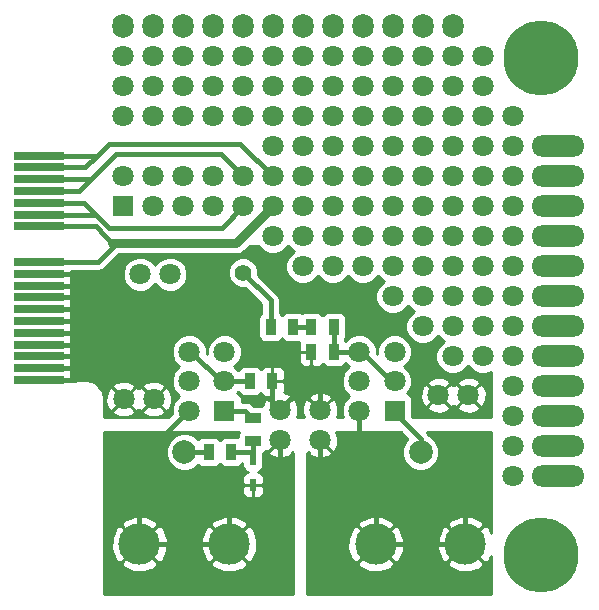
<source format=gbl>
%FSLAX46Y46*%
G04 Gerber Fmt 4.6, Leading zero omitted, Abs format (unit mm)*
G04 Created by KiCad (PCBNEW (2014-08-05 BZR 5054)-product) date Sun 07 Dec 2014 10:22:46 PM PST*
%MOMM*%
G01*
G04 APERTURE LIST*
%ADD10C,0.100000*%
%ADD11C,6.350000*%
%ADD12R,0.889000X1.397000*%
%ADD13R,1.397000X0.889000*%
%ADD14R,0.599440X1.000760*%
%ADD15C,3.500000*%
%ADD16C,2.000000*%
%ADD17C,1.800000*%
%ADD18R,1.800000X1.800000*%
%ADD19R,4.200000X0.700000*%
%ADD20O,4.500000X1.800000*%
%ADD21O,1.800000X2.100000*%
%ADD22C,1.397000*%
%ADD23C,0.889000*%
%ADD24C,0.400000*%
%ADD25C,0.780000*%
%ADD26C,0.254000*%
G04 APERTURE END LIST*
D10*
D11*
X46050000Y-3900000D03*
X46050000Y-46000000D03*
D12*
X28502500Y-28800000D03*
X26597500Y-28800000D03*
X21397500Y-31300000D03*
X23302500Y-31300000D03*
D13*
X21650000Y-36352500D03*
X21650000Y-34447500D03*
D12*
X17897500Y-37300000D03*
X19802500Y-37300000D03*
D14*
X21650000Y-40099820D03*
X21650000Y-37900180D03*
D12*
X23147500Y-26700000D03*
X25052500Y-26700000D03*
D15*
X32050000Y-45100000D03*
X39650000Y-45100000D03*
D16*
X35850000Y-37300000D03*
D15*
X12050000Y-45100000D03*
X19650000Y-45100000D03*
D16*
X15850000Y-37300000D03*
D12*
X28502500Y-26700000D03*
X26597500Y-26700000D03*
D17*
X27350000Y-36300000D03*
X27350000Y-33760000D03*
X23950000Y-36300000D03*
X23950000Y-33760000D03*
X30650000Y-33800000D03*
X30650000Y-31300000D03*
D18*
X33650000Y-33800000D03*
D17*
X30650000Y-28800000D03*
X33650000Y-28800000D03*
X33650000Y-31300000D03*
X16250000Y-33800000D03*
X16250000Y-31300000D03*
D18*
X19250000Y-33800000D03*
D17*
X16250000Y-28800000D03*
X19250000Y-28800000D03*
X19250000Y-31300000D03*
D19*
X3550000Y-31200000D03*
X3550000Y-30200000D03*
X3550000Y-29200000D03*
X3550000Y-28200000D03*
X3550000Y-27200000D03*
X3550000Y-26200000D03*
X3550000Y-25200000D03*
X3550000Y-24200000D03*
X3550000Y-23200000D03*
X3550000Y-22200000D03*
X3550000Y-21200000D03*
X3550000Y-18200000D03*
X3550000Y-17200000D03*
X3550000Y-16200000D03*
X3550000Y-15200000D03*
X3550000Y-14200000D03*
X3550000Y-13200000D03*
X3550000Y-12200000D03*
D18*
X10650000Y-16500000D03*
D17*
X13190000Y-16500000D03*
X15730000Y-16500000D03*
X18270000Y-16500000D03*
X20810000Y-16500000D03*
X23350000Y-16500000D03*
X10650000Y-13960000D03*
X13190000Y-13960000D03*
X15730000Y-13960000D03*
X18270000Y-13960000D03*
X20810000Y-13960000D03*
X23350000Y-13960000D03*
X12100000Y-22250000D03*
X14640000Y-22250000D03*
X39900000Y-32500000D03*
X37360000Y-32500000D03*
X13250000Y-32800000D03*
X10710000Y-32800000D03*
X10650000Y-8880000D03*
X10650000Y-6340000D03*
X10650000Y-3800000D03*
X13190000Y-8880000D03*
X13190000Y-6340000D03*
X13190000Y-3800000D03*
X15730000Y-8880000D03*
X15730000Y-6340000D03*
X15730000Y-3800000D03*
X18270000Y-3800000D03*
X18270000Y-6340000D03*
X18270000Y-8880000D03*
X20810000Y-8880000D03*
X23350000Y-8880000D03*
X25890000Y-8880000D03*
X28430000Y-8880000D03*
X30970000Y-8880000D03*
X33510000Y-8880000D03*
X36050000Y-8880000D03*
X38590000Y-8880000D03*
X41130000Y-8880000D03*
X41130000Y-6340000D03*
X41130000Y-3800000D03*
X38590000Y-3800000D03*
X36050000Y-3800000D03*
X33510000Y-3800000D03*
X30970000Y-3800000D03*
X28430000Y-3800000D03*
X25890000Y-3800000D03*
X23350000Y-3800000D03*
X20810000Y-3800000D03*
X25890000Y-11420000D03*
X23350000Y-11420000D03*
X20810000Y-6340000D03*
X23350000Y-6340000D03*
X25890000Y-6340000D03*
X28430000Y-6340000D03*
X30970000Y-6340000D03*
X33510000Y-6340000D03*
X36050000Y-6340000D03*
X38590000Y-6340000D03*
X28430000Y-11420000D03*
X30970000Y-11420000D03*
X33510000Y-11420000D03*
X36050000Y-11420000D03*
X38590000Y-11420000D03*
X41130000Y-11420000D03*
X41130000Y-13960000D03*
X38590000Y-13960000D03*
X36050000Y-13960000D03*
X33510000Y-13960000D03*
X30970000Y-13960000D03*
X28430000Y-13960000D03*
X25890000Y-13960000D03*
X25890000Y-16500000D03*
X28430000Y-16500000D03*
X30970000Y-16500000D03*
X33510000Y-16500000D03*
X36050000Y-16500000D03*
X38590000Y-16500000D03*
X41130000Y-16500000D03*
X41130000Y-19040000D03*
X38590000Y-19040000D03*
X36050000Y-19040000D03*
X33510000Y-19040000D03*
X30970000Y-19040000D03*
X28430000Y-19040000D03*
X25890000Y-19040000D03*
X23350000Y-19040000D03*
X43670000Y-8880000D03*
X43670000Y-11420000D03*
X43670000Y-13960000D03*
X43670000Y-16500000D03*
X43670000Y-19040000D03*
X25890000Y-21580000D03*
X28430000Y-21580000D03*
X30970000Y-21580000D03*
X33510000Y-21580000D03*
X36050000Y-21580000D03*
X38590000Y-21580000D03*
X41130000Y-21580000D03*
X43670000Y-21580000D03*
X33510000Y-24120000D03*
X36050000Y-24120000D03*
X38590000Y-24120000D03*
X41130000Y-24120000D03*
X43670000Y-24120000D03*
X36050000Y-26660000D03*
X38590000Y-26660000D03*
X41130000Y-26660000D03*
X43670000Y-26660000D03*
X38590000Y-29200000D03*
X41130000Y-29200000D03*
X43670000Y-29200000D03*
X43670000Y-31740000D03*
X43670000Y-34280000D03*
X43670000Y-36820000D03*
X43670000Y-39360000D03*
D20*
X47480000Y-39360000D03*
X47480000Y-36820000D03*
X47480000Y-34280000D03*
X47480000Y-31740000D03*
X47480000Y-29200000D03*
X47480000Y-26660000D03*
X47480000Y-24120000D03*
X47480000Y-21580000D03*
X47480000Y-19040000D03*
X47480000Y-16500000D03*
X47480000Y-13960000D03*
X47480000Y-11420000D03*
D21*
X10650000Y-1260000D03*
X13190000Y-1260000D03*
X15730000Y-1260000D03*
X18270000Y-1260000D03*
X20810000Y-1260000D03*
X23350000Y-1260000D03*
X25890000Y-1260000D03*
X28430000Y-1260000D03*
X30970000Y-1260000D03*
X33510000Y-1260000D03*
X36050000Y-1260000D03*
X38590000Y-1260000D03*
D22*
X20800000Y-22100000D03*
D23*
X9950000Y-21800000D03*
X8200000Y-28200000D03*
X8200000Y-25200000D03*
D24*
X10150000Y-19600000D02*
X8550000Y-21200000D01*
X8550000Y-21200000D02*
X3550000Y-21200000D01*
D25*
X11160739Y-19600000D02*
X10150000Y-19600000D01*
X10150000Y-19600000D02*
X9750000Y-19600000D01*
X20250000Y-19600000D02*
X11160739Y-19600000D01*
X23350000Y-16500000D02*
X20850000Y-19000000D01*
X20850000Y-19000000D02*
X20250000Y-19600000D01*
D24*
X8350000Y-18200000D02*
X3550000Y-18200000D01*
X8350000Y-18200000D02*
X9150000Y-19000000D01*
X9750000Y-19600000D02*
X9150000Y-19000000D01*
X23147500Y-24447500D02*
X23147500Y-26700000D01*
X20800000Y-22100000D02*
X23147500Y-24447500D01*
X3550000Y-16200000D02*
X7350000Y-16200000D01*
X7350000Y-16200000D02*
X8350000Y-17200000D01*
X17850000Y-18300000D02*
X19010000Y-18300000D01*
X8350000Y-17200000D02*
X9450000Y-18300000D01*
X9450000Y-18300000D02*
X17850000Y-18300000D01*
X3550000Y-17200000D02*
X8350000Y-17200000D01*
X19010000Y-18300000D02*
X20810000Y-16500000D01*
X12450000Y-12100000D02*
X18950000Y-12100000D01*
X7950000Y-14200000D02*
X10050000Y-12100000D01*
X10050000Y-12100000D02*
X12450000Y-12100000D01*
X18950000Y-12100000D02*
X20810000Y-13960000D01*
X3550000Y-15200000D02*
X6950000Y-15200000D01*
X6950000Y-15200000D02*
X7950000Y-14200000D01*
X3550000Y-14200000D02*
X7950000Y-14200000D01*
X12450000Y-11200000D02*
X20590000Y-11200000D01*
X8450000Y-12200000D02*
X9450000Y-11200000D01*
X9450000Y-11200000D02*
X12450000Y-11200000D01*
X20590000Y-11200000D02*
X23350000Y-13960000D01*
X3550000Y-13200000D02*
X7450000Y-13200000D01*
X7450000Y-13200000D02*
X8450000Y-12200000D01*
X3550000Y-12200000D02*
X7650000Y-12200000D01*
X7650000Y-12200000D02*
X8450000Y-12200000D01*
X3550000Y-31200000D02*
X6600000Y-31200000D01*
X23302500Y-31300000D02*
X23302500Y-33112500D01*
X23302500Y-33112500D02*
X23950000Y-33760000D01*
X23950000Y-33760000D02*
X23950000Y-33700000D01*
X23950000Y-33700000D02*
X25250000Y-32400000D01*
X27350000Y-33760000D02*
X27350000Y-31800000D01*
X3550000Y-25200000D02*
X6650000Y-25200000D01*
X3550000Y-29200000D02*
X6600000Y-29200000D01*
X3550000Y-28200000D02*
X6650000Y-28200000D01*
X3550000Y-27200000D02*
X6650000Y-27200000D01*
X3550000Y-26200000D02*
X6650000Y-26200000D01*
X3550000Y-24200000D02*
X6600000Y-24200000D01*
X6600000Y-24200000D02*
X6650000Y-24150000D01*
X3550000Y-23200000D02*
X6700000Y-23200000D01*
X3550000Y-22200000D02*
X6700000Y-22200000D01*
X3550000Y-30200000D02*
X6600000Y-30200000D01*
X28502500Y-26700000D02*
X28502500Y-28800000D01*
X30650000Y-28800000D02*
X28502500Y-28800000D01*
X30650000Y-28800000D02*
X30850000Y-28800000D01*
X30850000Y-28800000D02*
X33350000Y-31300000D01*
X33350000Y-31300000D02*
X33650000Y-31300000D01*
X19250000Y-31300000D02*
X21397500Y-31300000D01*
X16250000Y-28800000D02*
X16450000Y-28800000D01*
X16450000Y-28800000D02*
X18950000Y-31300000D01*
X18950000Y-31300000D02*
X19250000Y-31300000D01*
X19802500Y-37300000D02*
X21650000Y-37300000D01*
X21650000Y-36352500D02*
X21650000Y-37300000D01*
X21650000Y-37300000D02*
X21650000Y-37900180D01*
X19250000Y-33800000D02*
X21002500Y-33800000D01*
X21002500Y-33800000D02*
X21650000Y-34447500D01*
X15850000Y-37300000D02*
X17897500Y-37300000D01*
X12050000Y-45100000D02*
X14850000Y-45100000D01*
X19650000Y-45100000D02*
X16750000Y-45100000D01*
X23950000Y-36300000D02*
X23950000Y-38400000D01*
X23950000Y-38400000D02*
X24050000Y-38500000D01*
X12050000Y-45100000D02*
X12050000Y-41400000D01*
X19650000Y-45100000D02*
X19650000Y-41700000D01*
X19650000Y-41700000D02*
X19750000Y-41600000D01*
X16150000Y-33800000D02*
X13450000Y-36500000D01*
X13450000Y-36500000D02*
X13450000Y-36800000D01*
X25052500Y-26700000D02*
X26597500Y-26700000D01*
X32050000Y-45100000D02*
X34850000Y-45100000D01*
X39650000Y-45100000D02*
X36850000Y-45100000D01*
X27350000Y-36300000D02*
X27350000Y-38300000D01*
X32050000Y-45100000D02*
X32050000Y-41800000D01*
X39650000Y-45100000D02*
X39650000Y-42000000D01*
X30650000Y-33800000D02*
X30650000Y-36500000D01*
X33650000Y-33800000D02*
X33650000Y-34000000D01*
X33650000Y-34000000D02*
X35850000Y-36200000D01*
X35850000Y-36200000D02*
X35850000Y-37300000D01*
D26*
G36*
X25023000Y-49313000D02*
X24937943Y-49313000D01*
X22576720Y-49313000D01*
X22576720Y-40724918D01*
X22576720Y-40259570D01*
X22419970Y-40102820D01*
X21653000Y-40102820D01*
X21653000Y-41070450D01*
X21809750Y-41227200D01*
X21825002Y-41227200D01*
X22074438Y-41227200D01*
X22304887Y-41131745D01*
X22481265Y-40955367D01*
X22576720Y-40724918D01*
X22576720Y-49313000D01*
X22043259Y-49313000D01*
X22043259Y-44717908D01*
X21714864Y-43831132D01*
X21647000Y-43729567D01*
X21647000Y-41070450D01*
X21647000Y-40102820D01*
X20880030Y-40102820D01*
X20723280Y-40259570D01*
X20723280Y-40724918D01*
X20818735Y-40955367D01*
X20995113Y-41131745D01*
X21225562Y-41227200D01*
X21474998Y-41227200D01*
X21490250Y-41227200D01*
X21647000Y-41070450D01*
X21647000Y-43729567D01*
X21612470Y-43677890D01*
X21255002Y-43499240D01*
X21250760Y-43503482D01*
X21250760Y-43494998D01*
X21072110Y-43137530D01*
X20212853Y-42742696D01*
X19267908Y-42706741D01*
X18381132Y-43035136D01*
X18227890Y-43137530D01*
X18049240Y-43494998D01*
X19650000Y-45095757D01*
X21250760Y-43494998D01*
X21250760Y-43503482D01*
X19654243Y-45100000D01*
X21255002Y-46700760D01*
X21612470Y-46522110D01*
X22007304Y-45662853D01*
X22043259Y-44717908D01*
X22043259Y-49313000D01*
X21250760Y-49313000D01*
X21250760Y-46705002D01*
X19650000Y-45104243D01*
X19645757Y-45108485D01*
X19645757Y-45100000D01*
X18044998Y-43499240D01*
X17687530Y-43677890D01*
X17292696Y-44537147D01*
X17256741Y-45482092D01*
X17585136Y-46368868D01*
X17687530Y-46522110D01*
X18044998Y-46700760D01*
X19645757Y-45100000D01*
X19645757Y-45108485D01*
X18049240Y-46705002D01*
X18227890Y-47062470D01*
X19087147Y-47457304D01*
X20032092Y-47493259D01*
X20918868Y-47164864D01*
X21072110Y-47062470D01*
X21250760Y-46705002D01*
X21250760Y-49313000D01*
X14443259Y-49313000D01*
X14443259Y-44717908D01*
X14114864Y-43831132D01*
X14012470Y-43677890D01*
X13655002Y-43499240D01*
X13650760Y-43503482D01*
X13650760Y-43494998D01*
X13472110Y-43137530D01*
X12612853Y-42742696D01*
X11667908Y-42706741D01*
X10781132Y-43035136D01*
X10627890Y-43137530D01*
X10449240Y-43494998D01*
X12050000Y-45095757D01*
X13650760Y-43494998D01*
X13650760Y-43503482D01*
X12054243Y-45100000D01*
X13655002Y-46700760D01*
X14012470Y-46522110D01*
X14407304Y-45662853D01*
X14443259Y-44717908D01*
X14443259Y-49313000D01*
X13650760Y-49313000D01*
X13650760Y-46705002D01*
X12050000Y-45104243D01*
X12045757Y-45108485D01*
X12045757Y-45100000D01*
X10444998Y-43499240D01*
X10087530Y-43677890D01*
X9692696Y-44537147D01*
X9656741Y-45482092D01*
X9985136Y-46368868D01*
X10087530Y-46522110D01*
X10444998Y-46700760D01*
X12045757Y-45100000D01*
X12045757Y-45108485D01*
X10449240Y-46705002D01*
X10627890Y-47062470D01*
X11487147Y-47457304D01*
X12432092Y-47493259D01*
X13318868Y-47164864D01*
X13472110Y-47062470D01*
X13650760Y-46705002D01*
X13650760Y-49313000D01*
X9037000Y-49313000D01*
X9037000Y-35627000D01*
X20443353Y-35627000D01*
X20374500Y-35793227D01*
X20374500Y-36022772D01*
X20374500Y-36029771D01*
X20361773Y-36024500D01*
X20132228Y-36024500D01*
X19243228Y-36024500D01*
X19031156Y-36112343D01*
X18868843Y-36274655D01*
X18849999Y-36320146D01*
X18831157Y-36274656D01*
X18668845Y-36112343D01*
X18456773Y-36024500D01*
X18227228Y-36024500D01*
X17338228Y-36024500D01*
X17126156Y-36112343D01*
X17009318Y-36229179D01*
X16744465Y-35963864D01*
X16165061Y-35723275D01*
X15537692Y-35722727D01*
X14957868Y-35962305D01*
X14513864Y-36405535D01*
X14273275Y-36984939D01*
X14272727Y-37612308D01*
X14512305Y-38192132D01*
X14955535Y-38636136D01*
X15534939Y-38876725D01*
X16162308Y-38877273D01*
X16742132Y-38637695D01*
X17009395Y-38370897D01*
X17126155Y-38487657D01*
X17338227Y-38575500D01*
X17567772Y-38575500D01*
X18456772Y-38575500D01*
X18668844Y-38487657D01*
X18831157Y-38325345D01*
X18850000Y-38279853D01*
X18868843Y-38325344D01*
X19031155Y-38487657D01*
X19243227Y-38575500D01*
X19472772Y-38575500D01*
X20361772Y-38575500D01*
X20573844Y-38487657D01*
X20736157Y-38325345D01*
X20773280Y-38235722D01*
X20773280Y-38515332D01*
X20861123Y-38727404D01*
X21023435Y-38889717D01*
X21224354Y-38972940D01*
X20995113Y-39067895D01*
X20818735Y-39244273D01*
X20723280Y-39474722D01*
X20723280Y-39940070D01*
X20880030Y-40096820D01*
X21647000Y-40096820D01*
X21647000Y-40076820D01*
X21653000Y-40076820D01*
X21653000Y-40096820D01*
X22419970Y-40096820D01*
X22576720Y-39940070D01*
X22576720Y-39474722D01*
X22481265Y-39244273D01*
X22304887Y-39067895D01*
X22075645Y-38972940D01*
X22276564Y-38889717D01*
X22438877Y-38727405D01*
X22526720Y-38515333D01*
X22526720Y-38285788D01*
X22526720Y-37347719D01*
X22675344Y-37286157D01*
X22735660Y-37225840D01*
X22957814Y-37287943D01*
X23945757Y-36300000D01*
X23931615Y-36285858D01*
X23935858Y-36281615D01*
X23950000Y-36295757D01*
X23964142Y-36281615D01*
X23968385Y-36285858D01*
X23954243Y-36300000D01*
X23968385Y-36314142D01*
X23964142Y-36318385D01*
X23950000Y-36304243D01*
X22962057Y-37292186D01*
X23037296Y-37561333D01*
X23589463Y-37814596D01*
X24196519Y-37837276D01*
X24766044Y-37625919D01*
X24862704Y-37561333D01*
X24937942Y-37292187D01*
X24937943Y-37292188D01*
X25023000Y-37377245D01*
X25023000Y-49313000D01*
X25023000Y-49313000D01*
G37*
X25023000Y-49313000D02*
X24937943Y-49313000D01*
X22576720Y-49313000D01*
X22576720Y-40724918D01*
X22576720Y-40259570D01*
X22419970Y-40102820D01*
X21653000Y-40102820D01*
X21653000Y-41070450D01*
X21809750Y-41227200D01*
X21825002Y-41227200D01*
X22074438Y-41227200D01*
X22304887Y-41131745D01*
X22481265Y-40955367D01*
X22576720Y-40724918D01*
X22576720Y-49313000D01*
X22043259Y-49313000D01*
X22043259Y-44717908D01*
X21714864Y-43831132D01*
X21647000Y-43729567D01*
X21647000Y-41070450D01*
X21647000Y-40102820D01*
X20880030Y-40102820D01*
X20723280Y-40259570D01*
X20723280Y-40724918D01*
X20818735Y-40955367D01*
X20995113Y-41131745D01*
X21225562Y-41227200D01*
X21474998Y-41227200D01*
X21490250Y-41227200D01*
X21647000Y-41070450D01*
X21647000Y-43729567D01*
X21612470Y-43677890D01*
X21255002Y-43499240D01*
X21250760Y-43503482D01*
X21250760Y-43494998D01*
X21072110Y-43137530D01*
X20212853Y-42742696D01*
X19267908Y-42706741D01*
X18381132Y-43035136D01*
X18227890Y-43137530D01*
X18049240Y-43494998D01*
X19650000Y-45095757D01*
X21250760Y-43494998D01*
X21250760Y-43503482D01*
X19654243Y-45100000D01*
X21255002Y-46700760D01*
X21612470Y-46522110D01*
X22007304Y-45662853D01*
X22043259Y-44717908D01*
X22043259Y-49313000D01*
X21250760Y-49313000D01*
X21250760Y-46705002D01*
X19650000Y-45104243D01*
X19645757Y-45108485D01*
X19645757Y-45100000D01*
X18044998Y-43499240D01*
X17687530Y-43677890D01*
X17292696Y-44537147D01*
X17256741Y-45482092D01*
X17585136Y-46368868D01*
X17687530Y-46522110D01*
X18044998Y-46700760D01*
X19645757Y-45100000D01*
X19645757Y-45108485D01*
X18049240Y-46705002D01*
X18227890Y-47062470D01*
X19087147Y-47457304D01*
X20032092Y-47493259D01*
X20918868Y-47164864D01*
X21072110Y-47062470D01*
X21250760Y-46705002D01*
X21250760Y-49313000D01*
X14443259Y-49313000D01*
X14443259Y-44717908D01*
X14114864Y-43831132D01*
X14012470Y-43677890D01*
X13655002Y-43499240D01*
X13650760Y-43503482D01*
X13650760Y-43494998D01*
X13472110Y-43137530D01*
X12612853Y-42742696D01*
X11667908Y-42706741D01*
X10781132Y-43035136D01*
X10627890Y-43137530D01*
X10449240Y-43494998D01*
X12050000Y-45095757D01*
X13650760Y-43494998D01*
X13650760Y-43503482D01*
X12054243Y-45100000D01*
X13655002Y-46700760D01*
X14012470Y-46522110D01*
X14407304Y-45662853D01*
X14443259Y-44717908D01*
X14443259Y-49313000D01*
X13650760Y-49313000D01*
X13650760Y-46705002D01*
X12050000Y-45104243D01*
X12045757Y-45108485D01*
X12045757Y-45100000D01*
X10444998Y-43499240D01*
X10087530Y-43677890D01*
X9692696Y-44537147D01*
X9656741Y-45482092D01*
X9985136Y-46368868D01*
X10087530Y-46522110D01*
X10444998Y-46700760D01*
X12045757Y-45100000D01*
X12045757Y-45108485D01*
X10449240Y-46705002D01*
X10627890Y-47062470D01*
X11487147Y-47457304D01*
X12432092Y-47493259D01*
X13318868Y-47164864D01*
X13472110Y-47062470D01*
X13650760Y-46705002D01*
X13650760Y-49313000D01*
X9037000Y-49313000D01*
X9037000Y-35627000D01*
X20443353Y-35627000D01*
X20374500Y-35793227D01*
X20374500Y-36022772D01*
X20374500Y-36029771D01*
X20361773Y-36024500D01*
X20132228Y-36024500D01*
X19243228Y-36024500D01*
X19031156Y-36112343D01*
X18868843Y-36274655D01*
X18849999Y-36320146D01*
X18831157Y-36274656D01*
X18668845Y-36112343D01*
X18456773Y-36024500D01*
X18227228Y-36024500D01*
X17338228Y-36024500D01*
X17126156Y-36112343D01*
X17009318Y-36229179D01*
X16744465Y-35963864D01*
X16165061Y-35723275D01*
X15537692Y-35722727D01*
X14957868Y-35962305D01*
X14513864Y-36405535D01*
X14273275Y-36984939D01*
X14272727Y-37612308D01*
X14512305Y-38192132D01*
X14955535Y-38636136D01*
X15534939Y-38876725D01*
X16162308Y-38877273D01*
X16742132Y-38637695D01*
X17009395Y-38370897D01*
X17126155Y-38487657D01*
X17338227Y-38575500D01*
X17567772Y-38575500D01*
X18456772Y-38575500D01*
X18668844Y-38487657D01*
X18831157Y-38325345D01*
X18850000Y-38279853D01*
X18868843Y-38325344D01*
X19031155Y-38487657D01*
X19243227Y-38575500D01*
X19472772Y-38575500D01*
X20361772Y-38575500D01*
X20573844Y-38487657D01*
X20736157Y-38325345D01*
X20773280Y-38235722D01*
X20773280Y-38515332D01*
X20861123Y-38727404D01*
X21023435Y-38889717D01*
X21224354Y-38972940D01*
X20995113Y-39067895D01*
X20818735Y-39244273D01*
X20723280Y-39474722D01*
X20723280Y-39940070D01*
X20880030Y-40096820D01*
X21647000Y-40096820D01*
X21647000Y-40076820D01*
X21653000Y-40076820D01*
X21653000Y-40096820D01*
X22419970Y-40096820D01*
X22576720Y-39940070D01*
X22576720Y-39474722D01*
X22481265Y-39244273D01*
X22304887Y-39067895D01*
X22075645Y-38972940D01*
X22276564Y-38889717D01*
X22438877Y-38727405D01*
X22526720Y-38515333D01*
X22526720Y-38285788D01*
X22526720Y-37347719D01*
X22675344Y-37286157D01*
X22735660Y-37225840D01*
X22957814Y-37287943D01*
X23945757Y-36300000D01*
X23931615Y-36285858D01*
X23935858Y-36281615D01*
X23950000Y-36295757D01*
X23964142Y-36281615D01*
X23968385Y-36285858D01*
X23954243Y-36300000D01*
X23968385Y-36314142D01*
X23964142Y-36318385D01*
X23950000Y-36304243D01*
X22962057Y-37292186D01*
X23037296Y-37561333D01*
X23589463Y-37814596D01*
X24196519Y-37837276D01*
X24766044Y-37625919D01*
X24862704Y-37561333D01*
X24937942Y-37292187D01*
X24937943Y-37292188D01*
X25023000Y-37377245D01*
X25023000Y-49313000D01*
G36*
X41823000Y-49313000D02*
X41250760Y-49313000D01*
X41250760Y-46705002D01*
X39650000Y-45104243D01*
X39645757Y-45108485D01*
X39645757Y-45100000D01*
X38044998Y-43499240D01*
X37687530Y-43677890D01*
X37292696Y-44537147D01*
X37256741Y-45482092D01*
X37585136Y-46368868D01*
X37687530Y-46522110D01*
X38044998Y-46700760D01*
X39645757Y-45100000D01*
X39645757Y-45108485D01*
X38049240Y-46705002D01*
X38227890Y-47062470D01*
X39087147Y-47457304D01*
X40032092Y-47493259D01*
X40918868Y-47164864D01*
X41072110Y-47062470D01*
X41250760Y-46705002D01*
X41250760Y-49313000D01*
X34443259Y-49313000D01*
X34443259Y-44717908D01*
X34114864Y-43831132D01*
X34012470Y-43677890D01*
X33655002Y-43499240D01*
X33650760Y-43503482D01*
X33650760Y-43494998D01*
X33472110Y-43137530D01*
X32612853Y-42742696D01*
X31667908Y-42706741D01*
X30781132Y-43035136D01*
X30627890Y-43137530D01*
X30449240Y-43494998D01*
X32050000Y-45095757D01*
X33650760Y-43494998D01*
X33650760Y-43503482D01*
X32054243Y-45100000D01*
X33655002Y-46700760D01*
X34012470Y-46522110D01*
X34407304Y-45662853D01*
X34443259Y-44717908D01*
X34443259Y-49313000D01*
X33650760Y-49313000D01*
X33650760Y-46705002D01*
X32050000Y-45104243D01*
X32045757Y-45108485D01*
X32045757Y-45100000D01*
X30444998Y-43499240D01*
X30087530Y-43677890D01*
X29692696Y-44537147D01*
X29656741Y-45482092D01*
X29985136Y-46368868D01*
X30087530Y-46522110D01*
X30444998Y-46700760D01*
X32045757Y-45100000D01*
X32045757Y-45108485D01*
X30449240Y-46705002D01*
X30627890Y-47062470D01*
X31487147Y-47457304D01*
X32432092Y-47493259D01*
X33318868Y-47164864D01*
X33472110Y-47062470D01*
X33650760Y-46705002D01*
X33650760Y-49313000D01*
X28337943Y-49313000D01*
X26277000Y-49313000D01*
X26277000Y-37377245D01*
X26362057Y-37292187D01*
X26437296Y-37561333D01*
X26989463Y-37814596D01*
X27596519Y-37837276D01*
X28166044Y-37625919D01*
X28262704Y-37561333D01*
X28337943Y-37292186D01*
X27350000Y-36304243D01*
X27335858Y-36318385D01*
X27331615Y-36314142D01*
X27345757Y-36300000D01*
X27331615Y-36285858D01*
X27335858Y-36281615D01*
X27350000Y-36295757D01*
X27364142Y-36281615D01*
X27368385Y-36285858D01*
X27354243Y-36300000D01*
X28342186Y-37287943D01*
X28611333Y-37212704D01*
X28864596Y-36660537D01*
X28887276Y-36053481D01*
X28729004Y-35627000D01*
X34178156Y-35627000D01*
X34735470Y-36184314D01*
X34513864Y-36405535D01*
X34273275Y-36984939D01*
X34272727Y-37612308D01*
X34512305Y-38192132D01*
X34955535Y-38636136D01*
X35534939Y-38876725D01*
X36162308Y-38877273D01*
X36742132Y-38637695D01*
X37186136Y-38194465D01*
X37426725Y-37615061D01*
X37427273Y-36987692D01*
X37187695Y-36407868D01*
X36744465Y-35963864D01*
X36556640Y-35885872D01*
X36399422Y-35650578D01*
X36375844Y-35627000D01*
X41823000Y-35627000D01*
X41823000Y-44123135D01*
X41714864Y-43831132D01*
X41612470Y-43677890D01*
X41255002Y-43499240D01*
X41250760Y-43503482D01*
X41250760Y-43494998D01*
X41072110Y-43137530D01*
X40212853Y-42742696D01*
X39267908Y-42706741D01*
X38381132Y-43035136D01*
X38227890Y-43137530D01*
X38049240Y-43494998D01*
X39650000Y-45095757D01*
X41250760Y-43494998D01*
X41250760Y-43503482D01*
X39654243Y-45100000D01*
X41255002Y-46700760D01*
X41612470Y-46522110D01*
X41823000Y-46063944D01*
X41823000Y-49313000D01*
X41823000Y-49313000D01*
G37*
X41823000Y-49313000D02*
X41250760Y-49313000D01*
X41250760Y-46705002D01*
X39650000Y-45104243D01*
X39645757Y-45108485D01*
X39645757Y-45100000D01*
X38044998Y-43499240D01*
X37687530Y-43677890D01*
X37292696Y-44537147D01*
X37256741Y-45482092D01*
X37585136Y-46368868D01*
X37687530Y-46522110D01*
X38044998Y-46700760D01*
X39645757Y-45100000D01*
X39645757Y-45108485D01*
X38049240Y-46705002D01*
X38227890Y-47062470D01*
X39087147Y-47457304D01*
X40032092Y-47493259D01*
X40918868Y-47164864D01*
X41072110Y-47062470D01*
X41250760Y-46705002D01*
X41250760Y-49313000D01*
X34443259Y-49313000D01*
X34443259Y-44717908D01*
X34114864Y-43831132D01*
X34012470Y-43677890D01*
X33655002Y-43499240D01*
X33650760Y-43503482D01*
X33650760Y-43494998D01*
X33472110Y-43137530D01*
X32612853Y-42742696D01*
X31667908Y-42706741D01*
X30781132Y-43035136D01*
X30627890Y-43137530D01*
X30449240Y-43494998D01*
X32050000Y-45095757D01*
X33650760Y-43494998D01*
X33650760Y-43503482D01*
X32054243Y-45100000D01*
X33655002Y-46700760D01*
X34012470Y-46522110D01*
X34407304Y-45662853D01*
X34443259Y-44717908D01*
X34443259Y-49313000D01*
X33650760Y-49313000D01*
X33650760Y-46705002D01*
X32050000Y-45104243D01*
X32045757Y-45108485D01*
X32045757Y-45100000D01*
X30444998Y-43499240D01*
X30087530Y-43677890D01*
X29692696Y-44537147D01*
X29656741Y-45482092D01*
X29985136Y-46368868D01*
X30087530Y-46522110D01*
X30444998Y-46700760D01*
X32045757Y-45100000D01*
X32045757Y-45108485D01*
X30449240Y-46705002D01*
X30627890Y-47062470D01*
X31487147Y-47457304D01*
X32432092Y-47493259D01*
X33318868Y-47164864D01*
X33472110Y-47062470D01*
X33650760Y-46705002D01*
X33650760Y-49313000D01*
X28337943Y-49313000D01*
X26277000Y-49313000D01*
X26277000Y-37377245D01*
X26362057Y-37292187D01*
X26437296Y-37561333D01*
X26989463Y-37814596D01*
X27596519Y-37837276D01*
X28166044Y-37625919D01*
X28262704Y-37561333D01*
X28337943Y-37292186D01*
X27350000Y-36304243D01*
X27335858Y-36318385D01*
X27331615Y-36314142D01*
X27345757Y-36300000D01*
X27331615Y-36285858D01*
X27335858Y-36281615D01*
X27350000Y-36295757D01*
X27364142Y-36281615D01*
X27368385Y-36285858D01*
X27354243Y-36300000D01*
X28342186Y-37287943D01*
X28611333Y-37212704D01*
X28864596Y-36660537D01*
X28887276Y-36053481D01*
X28729004Y-35627000D01*
X34178156Y-35627000D01*
X34735470Y-36184314D01*
X34513864Y-36405535D01*
X34273275Y-36984939D01*
X34272727Y-37612308D01*
X34512305Y-38192132D01*
X34955535Y-38636136D01*
X35534939Y-38876725D01*
X36162308Y-38877273D01*
X36742132Y-38637695D01*
X37186136Y-38194465D01*
X37426725Y-37615061D01*
X37427273Y-36987692D01*
X37187695Y-36407868D01*
X36744465Y-35963864D01*
X36556640Y-35885872D01*
X36399422Y-35650578D01*
X36375844Y-35627000D01*
X41823000Y-35627000D01*
X41823000Y-44123135D01*
X41714864Y-43831132D01*
X41612470Y-43677890D01*
X41255002Y-43499240D01*
X41250760Y-43503482D01*
X41250760Y-43494998D01*
X41072110Y-43137530D01*
X40212853Y-42742696D01*
X39267908Y-42706741D01*
X38381132Y-43035136D01*
X38227890Y-43137530D01*
X38049240Y-43494998D01*
X39650000Y-45095757D01*
X41250760Y-43494998D01*
X41250760Y-43503482D01*
X39654243Y-45100000D01*
X41255002Y-46700760D01*
X41612470Y-46522110D01*
X41823000Y-46063944D01*
X41823000Y-49313000D01*
G36*
X41823000Y-34373000D02*
X41437276Y-34373000D01*
X41437276Y-32253481D01*
X41225919Y-31683956D01*
X41161333Y-31587296D01*
X40892186Y-31512057D01*
X40887943Y-31516300D01*
X40887943Y-31507814D01*
X40812704Y-31238667D01*
X40260537Y-30985404D01*
X39653481Y-30962724D01*
X39083956Y-31174081D01*
X38987296Y-31238667D01*
X38912057Y-31507814D01*
X39900000Y-32495757D01*
X40887943Y-31507814D01*
X40887943Y-31516300D01*
X39904243Y-32500000D01*
X40892186Y-33487943D01*
X41161333Y-33412704D01*
X41414596Y-32860537D01*
X41437276Y-32253481D01*
X41437276Y-34373000D01*
X40887943Y-34373000D01*
X40887943Y-33492186D01*
X39900000Y-32504243D01*
X39895757Y-32508486D01*
X39895757Y-32500000D01*
X38907814Y-31512057D01*
X38638667Y-31587296D01*
X38631611Y-31602678D01*
X38621333Y-31587296D01*
X38352186Y-31512057D01*
X38347943Y-31516300D01*
X38347943Y-31507814D01*
X38272704Y-31238667D01*
X37720537Y-30985404D01*
X37113481Y-30962724D01*
X36543956Y-31174081D01*
X36447296Y-31238667D01*
X36372057Y-31507814D01*
X37360000Y-32495757D01*
X38347943Y-31507814D01*
X38347943Y-31516300D01*
X37364243Y-32500000D01*
X38352186Y-33487943D01*
X38621333Y-33412704D01*
X38628388Y-33397321D01*
X38638667Y-33412704D01*
X38907814Y-33487943D01*
X39895757Y-32500000D01*
X39895757Y-32508486D01*
X38912057Y-33492186D01*
X38987296Y-33761333D01*
X39539463Y-34014596D01*
X40146519Y-34037276D01*
X40716044Y-33825919D01*
X40812704Y-33761333D01*
X40887943Y-33492186D01*
X40887943Y-34373000D01*
X38347943Y-34373000D01*
X38347943Y-33492186D01*
X37360000Y-32504243D01*
X37355757Y-32508486D01*
X37355757Y-32500000D01*
X36367814Y-31512057D01*
X36098667Y-31587296D01*
X35845404Y-32139463D01*
X35822724Y-32746519D01*
X36034081Y-33316044D01*
X36098667Y-33412704D01*
X36367814Y-33487943D01*
X37355757Y-32500000D01*
X37355757Y-32508486D01*
X36372057Y-33492186D01*
X36447296Y-33761333D01*
X36999463Y-34014596D01*
X37606519Y-34037276D01*
X38176044Y-33825919D01*
X38272704Y-33761333D01*
X38347943Y-33492186D01*
X38347943Y-34373000D01*
X35127000Y-34373000D01*
X35127000Y-32785228D01*
X35039157Y-32573156D01*
X34876845Y-32410843D01*
X34700858Y-32337947D01*
X34901409Y-32137746D01*
X35126743Y-31595082D01*
X35127256Y-31007495D01*
X34902870Y-30464440D01*
X34488794Y-30049641D01*
X34901409Y-29637746D01*
X35126743Y-29095082D01*
X35127256Y-28507495D01*
X34902870Y-27964440D01*
X34487746Y-27548591D01*
X33945082Y-27323257D01*
X33357495Y-27322744D01*
X32814440Y-27547130D01*
X32398591Y-27962254D01*
X32173257Y-28504918D01*
X32172803Y-29023959D01*
X32126845Y-28978001D01*
X32127256Y-28507495D01*
X31902870Y-27964440D01*
X31487746Y-27548591D01*
X30945082Y-27323257D01*
X30357495Y-27322744D01*
X29814440Y-27547130D01*
X29480141Y-27880845D01*
X29436157Y-27774656D01*
X29411501Y-27750000D01*
X29436157Y-27725345D01*
X29524000Y-27513273D01*
X29524000Y-27283728D01*
X29524000Y-25886728D01*
X29436157Y-25674656D01*
X29273845Y-25512343D01*
X29061773Y-25424500D01*
X28832228Y-25424500D01*
X27943228Y-25424500D01*
X27731156Y-25512343D01*
X27568843Y-25674655D01*
X27549999Y-25720146D01*
X27531157Y-25674656D01*
X27368845Y-25512343D01*
X27156773Y-25424500D01*
X26927228Y-25424500D01*
X26038228Y-25424500D01*
X25826156Y-25512343D01*
X25825000Y-25513498D01*
X25823845Y-25512343D01*
X25611773Y-25424500D01*
X25382228Y-25424500D01*
X24493228Y-25424500D01*
X24281156Y-25512343D01*
X24118843Y-25674655D01*
X24099999Y-25720146D01*
X24081157Y-25674656D01*
X23924500Y-25517998D01*
X23924500Y-24447500D01*
X23865354Y-24150155D01*
X23696922Y-23898078D01*
X22075347Y-22276503D01*
X22075721Y-21847400D01*
X21881947Y-21378431D01*
X21523456Y-21019314D01*
X21054826Y-20824721D01*
X20547400Y-20824279D01*
X20078431Y-21018053D01*
X19719314Y-21376544D01*
X19524721Y-21845174D01*
X19524279Y-22352600D01*
X19718053Y-22821569D01*
X20076544Y-23180686D01*
X20545174Y-23375279D01*
X20976810Y-23375654D01*
X22370500Y-24769344D01*
X22370500Y-25517998D01*
X22213843Y-25674655D01*
X22126000Y-25886727D01*
X22126000Y-26116272D01*
X22126000Y-27513272D01*
X22213843Y-27725344D01*
X22376155Y-27887657D01*
X22588227Y-27975500D01*
X22817772Y-27975500D01*
X23706772Y-27975500D01*
X23918844Y-27887657D01*
X24081157Y-27725345D01*
X24100000Y-27679853D01*
X24118843Y-27725344D01*
X24281155Y-27887657D01*
X24493227Y-27975500D01*
X24722772Y-27975500D01*
X25526531Y-27975500D01*
X25526000Y-27976782D01*
X25526000Y-28226218D01*
X25526000Y-28640250D01*
X25682750Y-28797000D01*
X26594500Y-28797000D01*
X26594500Y-28777000D01*
X26600500Y-28777000D01*
X26600500Y-28797000D01*
X26620500Y-28797000D01*
X26620500Y-28803000D01*
X26600500Y-28803000D01*
X26600500Y-29968750D01*
X26757250Y-30125500D01*
X27166718Y-30125500D01*
X27397167Y-30030045D01*
X27573545Y-29853667D01*
X27580463Y-29836964D01*
X27731155Y-29987657D01*
X27943227Y-30075500D01*
X28172772Y-30075500D01*
X29061772Y-30075500D01*
X29273844Y-29987657D01*
X29436157Y-29825345D01*
X29480270Y-29718845D01*
X29811205Y-30050358D01*
X29398591Y-30462254D01*
X29173257Y-31004918D01*
X29172744Y-31592505D01*
X29397130Y-32135560D01*
X29811205Y-32550358D01*
X29398591Y-32962254D01*
X29173257Y-33504918D01*
X29172744Y-34092505D01*
X29288642Y-34373000D01*
X28748798Y-34373000D01*
X28864596Y-34120537D01*
X28887276Y-33513481D01*
X28675919Y-32943956D01*
X28611333Y-32847296D01*
X28342186Y-32772057D01*
X28337943Y-32776300D01*
X28337943Y-32767814D01*
X28262704Y-32498667D01*
X27710537Y-32245404D01*
X27103481Y-32222724D01*
X26594500Y-32411612D01*
X26594500Y-29968750D01*
X26594500Y-28803000D01*
X25682750Y-28803000D01*
X25526000Y-28959750D01*
X25526000Y-29373782D01*
X25526000Y-29623218D01*
X25621455Y-29853667D01*
X25797833Y-30030045D01*
X26028282Y-30125500D01*
X26437750Y-30125500D01*
X26594500Y-29968750D01*
X26594500Y-32411612D01*
X26533956Y-32434081D01*
X26437296Y-32498667D01*
X26362057Y-32767814D01*
X27350000Y-33755757D01*
X28337943Y-32767814D01*
X28337943Y-32776300D01*
X27354243Y-33760000D01*
X27368385Y-33774142D01*
X27364142Y-33778385D01*
X27350000Y-33764243D01*
X27335857Y-33778384D01*
X27331615Y-33774142D01*
X27345757Y-33760000D01*
X26357814Y-32772057D01*
X26088667Y-32847296D01*
X25835404Y-33399463D01*
X25812724Y-34006519D01*
X25948729Y-34373000D01*
X25348798Y-34373000D01*
X25464596Y-34120537D01*
X25487276Y-33513481D01*
X25275919Y-32943956D01*
X25211333Y-32847296D01*
X24942186Y-32772057D01*
X23954243Y-33760000D01*
X23968385Y-33774142D01*
X23964142Y-33778385D01*
X23950000Y-33764243D01*
X23935857Y-33778384D01*
X23931615Y-33774142D01*
X23945757Y-33760000D01*
X22957814Y-32772057D01*
X22688667Y-32847296D01*
X22435404Y-33399463D01*
X22434412Y-33426000D01*
X22233728Y-33426000D01*
X21727344Y-33426000D01*
X21551922Y-33250578D01*
X21299845Y-33082146D01*
X21002500Y-33023000D01*
X20727000Y-33023000D01*
X20727000Y-32785228D01*
X20639157Y-32573156D01*
X20476845Y-32410843D01*
X20300858Y-32337947D01*
X20419858Y-32219154D01*
X20463843Y-32325344D01*
X20626155Y-32487657D01*
X20838227Y-32575500D01*
X21067772Y-32575500D01*
X21956772Y-32575500D01*
X22168844Y-32487657D01*
X22319536Y-32336965D01*
X22326455Y-32353667D01*
X22502833Y-32530045D01*
X22733282Y-32625500D01*
X23001840Y-32625500D01*
X22962057Y-32767814D01*
X23950000Y-33755757D01*
X24937943Y-32767814D01*
X24862704Y-32498667D01*
X24321337Y-32250357D01*
X24374000Y-32123218D01*
X24374000Y-31873782D01*
X24374000Y-31459750D01*
X24374000Y-31140250D01*
X24374000Y-30726218D01*
X24374000Y-30476782D01*
X24278545Y-30246333D01*
X24102167Y-30069955D01*
X23871718Y-29974500D01*
X23462250Y-29974500D01*
X23305500Y-30131250D01*
X23305500Y-31297000D01*
X24217250Y-31297000D01*
X24374000Y-31140250D01*
X24374000Y-31459750D01*
X24217250Y-31303000D01*
X23305500Y-31303000D01*
X23305500Y-31323000D01*
X23299500Y-31323000D01*
X23299500Y-31303000D01*
X23279500Y-31303000D01*
X23279500Y-31297000D01*
X23299500Y-31297000D01*
X23299500Y-30131250D01*
X23142750Y-29974500D01*
X22733282Y-29974500D01*
X22502833Y-30069955D01*
X22326455Y-30246333D01*
X22319536Y-30263035D01*
X22168845Y-30112343D01*
X21956773Y-30024500D01*
X21727228Y-30024500D01*
X20838228Y-30024500D01*
X20626156Y-30112343D01*
X20463843Y-30274655D01*
X20419729Y-30381154D01*
X20088794Y-30049641D01*
X20501409Y-29637746D01*
X20726743Y-29095082D01*
X20727256Y-28507495D01*
X20502870Y-27964440D01*
X20087746Y-27548591D01*
X19545082Y-27323257D01*
X18957495Y-27322744D01*
X18414440Y-27547130D01*
X17998591Y-27962254D01*
X17773257Y-28504918D01*
X17772803Y-29023959D01*
X17726845Y-28978001D01*
X17727256Y-28507495D01*
X17502870Y-27964440D01*
X17087746Y-27548591D01*
X16545082Y-27323257D01*
X16117256Y-27322883D01*
X16117256Y-21957495D01*
X15892870Y-21414440D01*
X15477746Y-20998591D01*
X14935082Y-20773257D01*
X14347495Y-20772744D01*
X13804440Y-20997130D01*
X13388591Y-21412254D01*
X13370233Y-21456463D01*
X13352870Y-21414440D01*
X12937746Y-20998591D01*
X12395082Y-20773257D01*
X11807495Y-20772744D01*
X11264440Y-20997130D01*
X10848591Y-21412254D01*
X10623257Y-21954918D01*
X10622744Y-22542505D01*
X10847130Y-23085560D01*
X11262254Y-23501409D01*
X11804918Y-23726743D01*
X12392505Y-23727256D01*
X12935560Y-23502870D01*
X13351409Y-23087746D01*
X13369766Y-23043536D01*
X13387130Y-23085560D01*
X13802254Y-23501409D01*
X14344918Y-23726743D01*
X14932505Y-23727256D01*
X15475560Y-23502870D01*
X15891409Y-23087746D01*
X16116743Y-22545082D01*
X16117256Y-21957495D01*
X16117256Y-27322883D01*
X15957495Y-27322744D01*
X15414440Y-27547130D01*
X14998591Y-27962254D01*
X14773257Y-28504918D01*
X14772744Y-29092505D01*
X14997130Y-29635560D01*
X15411205Y-30050358D01*
X14998591Y-30462254D01*
X14773257Y-31004918D01*
X14772744Y-31592505D01*
X14997130Y-32135560D01*
X15411205Y-32550358D01*
X14998591Y-32962254D01*
X14787276Y-33471156D01*
X14787276Y-32553481D01*
X14575919Y-31983956D01*
X14511333Y-31887296D01*
X14242186Y-31812057D01*
X14237943Y-31816300D01*
X14237943Y-31807814D01*
X14162704Y-31538667D01*
X13610537Y-31285404D01*
X13003481Y-31262724D01*
X12433956Y-31474081D01*
X12337296Y-31538667D01*
X12262057Y-31807814D01*
X13250000Y-32795757D01*
X14237943Y-31807814D01*
X14237943Y-31816300D01*
X13254243Y-32800000D01*
X14242186Y-33787943D01*
X14511333Y-33712704D01*
X14764596Y-33160537D01*
X14787276Y-32553481D01*
X14787276Y-33471156D01*
X14773257Y-33504918D01*
X14772756Y-34078399D01*
X14478156Y-34373000D01*
X14237943Y-34373000D01*
X14237943Y-33792186D01*
X13250000Y-32804243D01*
X13245757Y-32808486D01*
X13245757Y-32800000D01*
X12257814Y-31812057D01*
X11988667Y-31887296D01*
X11981611Y-31902678D01*
X11971333Y-31887296D01*
X11702186Y-31812057D01*
X11697943Y-31816300D01*
X11697943Y-31807814D01*
X11622704Y-31538667D01*
X11070537Y-31285404D01*
X10463481Y-31262724D01*
X9893956Y-31474081D01*
X9797296Y-31538667D01*
X9722057Y-31807814D01*
X10710000Y-32795757D01*
X11697943Y-31807814D01*
X11697943Y-31816300D01*
X10714243Y-32800000D01*
X11702186Y-33787943D01*
X11971333Y-33712704D01*
X11978388Y-33697321D01*
X11988667Y-33712704D01*
X12257814Y-33787943D01*
X13245757Y-32800000D01*
X13245757Y-32808486D01*
X12262057Y-33792186D01*
X12337296Y-34061333D01*
X12889463Y-34314596D01*
X13496519Y-34337276D01*
X14066044Y-34125919D01*
X14162704Y-34061333D01*
X14237943Y-33792186D01*
X14237943Y-34373000D01*
X11697943Y-34373000D01*
X11697943Y-33792186D01*
X10710000Y-32804243D01*
X10705757Y-32808486D01*
X10705757Y-32800000D01*
X9717814Y-31812057D01*
X9448667Y-31887296D01*
X9195404Y-32439463D01*
X9172724Y-33046519D01*
X9384081Y-33616044D01*
X9448667Y-33712704D01*
X9717814Y-33787943D01*
X10705757Y-32800000D01*
X10705757Y-32808486D01*
X9722057Y-33792186D01*
X9797296Y-34061333D01*
X10349463Y-34314596D01*
X10956519Y-34337276D01*
X11526044Y-34125919D01*
X11622704Y-34061333D01*
X11697943Y-33792186D01*
X11697943Y-34373000D01*
X9037000Y-34373000D01*
X9037000Y-33700000D01*
X9037000Y-32700000D01*
X9025720Y-32643296D01*
X9025721Y-32635482D01*
X8953407Y-32271934D01*
X8953406Y-32271932D01*
X8865759Y-32060332D01*
X8865758Y-32060331D01*
X8865758Y-32060330D01*
X8659823Y-31752128D01*
X8578847Y-31671152D01*
X8497872Y-31590177D01*
X8189670Y-31384242D01*
X8189668Y-31384241D01*
X7978068Y-31296594D01*
X7978066Y-31296593D01*
X7614517Y-31224279D01*
X7556702Y-31224279D01*
X7500000Y-31213000D01*
X6130250Y-31213000D01*
X6120250Y-31203000D01*
X5627000Y-31203000D01*
X5627000Y-31197000D01*
X6120250Y-31197000D01*
X6277000Y-31040250D01*
X6277000Y-30725282D01*
X6266527Y-30700000D01*
X6277000Y-30674718D01*
X6277000Y-30359750D01*
X6120250Y-30203000D01*
X5627000Y-30203000D01*
X5627000Y-30197000D01*
X6120250Y-30197000D01*
X6277000Y-30040250D01*
X6277000Y-29725282D01*
X6266527Y-29700000D01*
X6277000Y-29674718D01*
X6277000Y-29359750D01*
X6120250Y-29203000D01*
X5627000Y-29203000D01*
X5627000Y-29197000D01*
X6120250Y-29197000D01*
X6277000Y-29040250D01*
X6277000Y-28725282D01*
X6266527Y-28700000D01*
X6277000Y-28674718D01*
X6277000Y-28359750D01*
X6120250Y-28203000D01*
X5627000Y-28203000D01*
X5627000Y-28197000D01*
X6120250Y-28197000D01*
X6277000Y-28040250D01*
X6277000Y-27725282D01*
X6266527Y-27700000D01*
X6277000Y-27674718D01*
X6277000Y-27359750D01*
X6120250Y-27203000D01*
X5627000Y-27203000D01*
X5627000Y-27197000D01*
X6120250Y-27197000D01*
X6277000Y-27040250D01*
X6277000Y-26725282D01*
X6266527Y-26700000D01*
X6277000Y-26674718D01*
X6277000Y-26359750D01*
X6120250Y-26203000D01*
X5627000Y-26203000D01*
X5627000Y-26197000D01*
X6120250Y-26197000D01*
X6277000Y-26040250D01*
X6277000Y-25725282D01*
X6266527Y-25700000D01*
X6277000Y-25674718D01*
X6277000Y-25359750D01*
X6120250Y-25203000D01*
X5627000Y-25203000D01*
X5627000Y-25197000D01*
X6120250Y-25197000D01*
X6277000Y-25040250D01*
X6277000Y-24725282D01*
X6266527Y-24700000D01*
X6277000Y-24674718D01*
X6277000Y-24359750D01*
X6120250Y-24203000D01*
X5627000Y-24203000D01*
X5627000Y-24197000D01*
X6120250Y-24197000D01*
X6277000Y-24040250D01*
X6277000Y-23725282D01*
X6266527Y-23700000D01*
X6277000Y-23674718D01*
X6277000Y-23359750D01*
X6120250Y-23203000D01*
X5627000Y-23203000D01*
X5627000Y-23197000D01*
X6120250Y-23197000D01*
X6277000Y-23040250D01*
X6277000Y-22725282D01*
X6266527Y-22700000D01*
X6277000Y-22674718D01*
X6277000Y-22359750D01*
X6120250Y-22203000D01*
X5627000Y-22203000D01*
X5627000Y-22197000D01*
X6120250Y-22197000D01*
X6277000Y-22040250D01*
X6277000Y-21977000D01*
X8550000Y-21977000D01*
X8847345Y-21917854D01*
X9099422Y-21749422D01*
X10281844Y-20567000D01*
X11160739Y-20567000D01*
X20250000Y-20567000D01*
X20620055Y-20493392D01*
X20933772Y-20283772D01*
X21390544Y-19827000D01*
X22077065Y-19827000D01*
X22097130Y-19875560D01*
X22512254Y-20291409D01*
X23054918Y-20516743D01*
X23642505Y-20517256D01*
X24185560Y-20292870D01*
X24601409Y-19877746D01*
X24619766Y-19833536D01*
X24637130Y-19875560D01*
X25052254Y-20291409D01*
X25096463Y-20309766D01*
X25054440Y-20327130D01*
X24638591Y-20742254D01*
X24413257Y-21284918D01*
X24412744Y-21872505D01*
X24637130Y-22415560D01*
X25052254Y-22831409D01*
X25594918Y-23056743D01*
X26182505Y-23057256D01*
X26725560Y-22832870D01*
X27141409Y-22417746D01*
X27159766Y-22373536D01*
X27177130Y-22415560D01*
X27592254Y-22831409D01*
X28134918Y-23056743D01*
X28722505Y-23057256D01*
X29265560Y-22832870D01*
X29681409Y-22417746D01*
X29699766Y-22373536D01*
X29717130Y-22415560D01*
X30132254Y-22831409D01*
X30674918Y-23056743D01*
X31262505Y-23057256D01*
X31805560Y-22832870D01*
X32221409Y-22417746D01*
X32239766Y-22373536D01*
X32257130Y-22415560D01*
X32672254Y-22831409D01*
X32716463Y-22849766D01*
X32674440Y-22867130D01*
X32258591Y-23282254D01*
X32033257Y-23824918D01*
X32032744Y-24412505D01*
X32257130Y-24955560D01*
X32672254Y-25371409D01*
X33214918Y-25596743D01*
X33802505Y-25597256D01*
X34345560Y-25372870D01*
X34761409Y-24957746D01*
X34779766Y-24913536D01*
X34797130Y-24955560D01*
X35212254Y-25371409D01*
X35256463Y-25389766D01*
X35214440Y-25407130D01*
X34798591Y-25822254D01*
X34573257Y-26364918D01*
X34572744Y-26952505D01*
X34797130Y-27495560D01*
X35212254Y-27911409D01*
X35754918Y-28136743D01*
X36342505Y-28137256D01*
X36885560Y-27912870D01*
X37301409Y-27497746D01*
X37319766Y-27453536D01*
X37337130Y-27495560D01*
X37752254Y-27911409D01*
X37796463Y-27929766D01*
X37754440Y-27947130D01*
X37338591Y-28362254D01*
X37113257Y-28904918D01*
X37112744Y-29492505D01*
X37337130Y-30035560D01*
X37752254Y-30451409D01*
X38294918Y-30676743D01*
X38882505Y-30677256D01*
X39425560Y-30452870D01*
X39841409Y-30037746D01*
X39859766Y-29993536D01*
X39877130Y-30035560D01*
X40292254Y-30451409D01*
X40834918Y-30676743D01*
X41422505Y-30677256D01*
X41823000Y-30511774D01*
X41823000Y-34373000D01*
X41823000Y-34373000D01*
G37*
X41823000Y-34373000D02*
X41437276Y-34373000D01*
X41437276Y-32253481D01*
X41225919Y-31683956D01*
X41161333Y-31587296D01*
X40892186Y-31512057D01*
X40887943Y-31516300D01*
X40887943Y-31507814D01*
X40812704Y-31238667D01*
X40260537Y-30985404D01*
X39653481Y-30962724D01*
X39083956Y-31174081D01*
X38987296Y-31238667D01*
X38912057Y-31507814D01*
X39900000Y-32495757D01*
X40887943Y-31507814D01*
X40887943Y-31516300D01*
X39904243Y-32500000D01*
X40892186Y-33487943D01*
X41161333Y-33412704D01*
X41414596Y-32860537D01*
X41437276Y-32253481D01*
X41437276Y-34373000D01*
X40887943Y-34373000D01*
X40887943Y-33492186D01*
X39900000Y-32504243D01*
X39895757Y-32508486D01*
X39895757Y-32500000D01*
X38907814Y-31512057D01*
X38638667Y-31587296D01*
X38631611Y-31602678D01*
X38621333Y-31587296D01*
X38352186Y-31512057D01*
X38347943Y-31516300D01*
X38347943Y-31507814D01*
X38272704Y-31238667D01*
X37720537Y-30985404D01*
X37113481Y-30962724D01*
X36543956Y-31174081D01*
X36447296Y-31238667D01*
X36372057Y-31507814D01*
X37360000Y-32495757D01*
X38347943Y-31507814D01*
X38347943Y-31516300D01*
X37364243Y-32500000D01*
X38352186Y-33487943D01*
X38621333Y-33412704D01*
X38628388Y-33397321D01*
X38638667Y-33412704D01*
X38907814Y-33487943D01*
X39895757Y-32500000D01*
X39895757Y-32508486D01*
X38912057Y-33492186D01*
X38987296Y-33761333D01*
X39539463Y-34014596D01*
X40146519Y-34037276D01*
X40716044Y-33825919D01*
X40812704Y-33761333D01*
X40887943Y-33492186D01*
X40887943Y-34373000D01*
X38347943Y-34373000D01*
X38347943Y-33492186D01*
X37360000Y-32504243D01*
X37355757Y-32508486D01*
X37355757Y-32500000D01*
X36367814Y-31512057D01*
X36098667Y-31587296D01*
X35845404Y-32139463D01*
X35822724Y-32746519D01*
X36034081Y-33316044D01*
X36098667Y-33412704D01*
X36367814Y-33487943D01*
X37355757Y-32500000D01*
X37355757Y-32508486D01*
X36372057Y-33492186D01*
X36447296Y-33761333D01*
X36999463Y-34014596D01*
X37606519Y-34037276D01*
X38176044Y-33825919D01*
X38272704Y-33761333D01*
X38347943Y-33492186D01*
X38347943Y-34373000D01*
X35127000Y-34373000D01*
X35127000Y-32785228D01*
X35039157Y-32573156D01*
X34876845Y-32410843D01*
X34700858Y-32337947D01*
X34901409Y-32137746D01*
X35126743Y-31595082D01*
X35127256Y-31007495D01*
X34902870Y-30464440D01*
X34488794Y-30049641D01*
X34901409Y-29637746D01*
X35126743Y-29095082D01*
X35127256Y-28507495D01*
X34902870Y-27964440D01*
X34487746Y-27548591D01*
X33945082Y-27323257D01*
X33357495Y-27322744D01*
X32814440Y-27547130D01*
X32398591Y-27962254D01*
X32173257Y-28504918D01*
X32172803Y-29023959D01*
X32126845Y-28978001D01*
X32127256Y-28507495D01*
X31902870Y-27964440D01*
X31487746Y-27548591D01*
X30945082Y-27323257D01*
X30357495Y-27322744D01*
X29814440Y-27547130D01*
X29480141Y-27880845D01*
X29436157Y-27774656D01*
X29411501Y-27750000D01*
X29436157Y-27725345D01*
X29524000Y-27513273D01*
X29524000Y-27283728D01*
X29524000Y-25886728D01*
X29436157Y-25674656D01*
X29273845Y-25512343D01*
X29061773Y-25424500D01*
X28832228Y-25424500D01*
X27943228Y-25424500D01*
X27731156Y-25512343D01*
X27568843Y-25674655D01*
X27549999Y-25720146D01*
X27531157Y-25674656D01*
X27368845Y-25512343D01*
X27156773Y-25424500D01*
X26927228Y-25424500D01*
X26038228Y-25424500D01*
X25826156Y-25512343D01*
X25825000Y-25513498D01*
X25823845Y-25512343D01*
X25611773Y-25424500D01*
X25382228Y-25424500D01*
X24493228Y-25424500D01*
X24281156Y-25512343D01*
X24118843Y-25674655D01*
X24099999Y-25720146D01*
X24081157Y-25674656D01*
X23924500Y-25517998D01*
X23924500Y-24447500D01*
X23865354Y-24150155D01*
X23696922Y-23898078D01*
X22075347Y-22276503D01*
X22075721Y-21847400D01*
X21881947Y-21378431D01*
X21523456Y-21019314D01*
X21054826Y-20824721D01*
X20547400Y-20824279D01*
X20078431Y-21018053D01*
X19719314Y-21376544D01*
X19524721Y-21845174D01*
X19524279Y-22352600D01*
X19718053Y-22821569D01*
X20076544Y-23180686D01*
X20545174Y-23375279D01*
X20976810Y-23375654D01*
X22370500Y-24769344D01*
X22370500Y-25517998D01*
X22213843Y-25674655D01*
X22126000Y-25886727D01*
X22126000Y-26116272D01*
X22126000Y-27513272D01*
X22213843Y-27725344D01*
X22376155Y-27887657D01*
X22588227Y-27975500D01*
X22817772Y-27975500D01*
X23706772Y-27975500D01*
X23918844Y-27887657D01*
X24081157Y-27725345D01*
X24100000Y-27679853D01*
X24118843Y-27725344D01*
X24281155Y-27887657D01*
X24493227Y-27975500D01*
X24722772Y-27975500D01*
X25526531Y-27975500D01*
X25526000Y-27976782D01*
X25526000Y-28226218D01*
X25526000Y-28640250D01*
X25682750Y-28797000D01*
X26594500Y-28797000D01*
X26594500Y-28777000D01*
X26600500Y-28777000D01*
X26600500Y-28797000D01*
X26620500Y-28797000D01*
X26620500Y-28803000D01*
X26600500Y-28803000D01*
X26600500Y-29968750D01*
X26757250Y-30125500D01*
X27166718Y-30125500D01*
X27397167Y-30030045D01*
X27573545Y-29853667D01*
X27580463Y-29836964D01*
X27731155Y-29987657D01*
X27943227Y-30075500D01*
X28172772Y-30075500D01*
X29061772Y-30075500D01*
X29273844Y-29987657D01*
X29436157Y-29825345D01*
X29480270Y-29718845D01*
X29811205Y-30050358D01*
X29398591Y-30462254D01*
X29173257Y-31004918D01*
X29172744Y-31592505D01*
X29397130Y-32135560D01*
X29811205Y-32550358D01*
X29398591Y-32962254D01*
X29173257Y-33504918D01*
X29172744Y-34092505D01*
X29288642Y-34373000D01*
X28748798Y-34373000D01*
X28864596Y-34120537D01*
X28887276Y-33513481D01*
X28675919Y-32943956D01*
X28611333Y-32847296D01*
X28342186Y-32772057D01*
X28337943Y-32776300D01*
X28337943Y-32767814D01*
X28262704Y-32498667D01*
X27710537Y-32245404D01*
X27103481Y-32222724D01*
X26594500Y-32411612D01*
X26594500Y-29968750D01*
X26594500Y-28803000D01*
X25682750Y-28803000D01*
X25526000Y-28959750D01*
X25526000Y-29373782D01*
X25526000Y-29623218D01*
X25621455Y-29853667D01*
X25797833Y-30030045D01*
X26028282Y-30125500D01*
X26437750Y-30125500D01*
X26594500Y-29968750D01*
X26594500Y-32411612D01*
X26533956Y-32434081D01*
X26437296Y-32498667D01*
X26362057Y-32767814D01*
X27350000Y-33755757D01*
X28337943Y-32767814D01*
X28337943Y-32776300D01*
X27354243Y-33760000D01*
X27368385Y-33774142D01*
X27364142Y-33778385D01*
X27350000Y-33764243D01*
X27335857Y-33778384D01*
X27331615Y-33774142D01*
X27345757Y-33760000D01*
X26357814Y-32772057D01*
X26088667Y-32847296D01*
X25835404Y-33399463D01*
X25812724Y-34006519D01*
X25948729Y-34373000D01*
X25348798Y-34373000D01*
X25464596Y-34120537D01*
X25487276Y-33513481D01*
X25275919Y-32943956D01*
X25211333Y-32847296D01*
X24942186Y-32772057D01*
X23954243Y-33760000D01*
X23968385Y-33774142D01*
X23964142Y-33778385D01*
X23950000Y-33764243D01*
X23935857Y-33778384D01*
X23931615Y-33774142D01*
X23945757Y-33760000D01*
X22957814Y-32772057D01*
X22688667Y-32847296D01*
X22435404Y-33399463D01*
X22434412Y-33426000D01*
X22233728Y-33426000D01*
X21727344Y-33426000D01*
X21551922Y-33250578D01*
X21299845Y-33082146D01*
X21002500Y-33023000D01*
X20727000Y-33023000D01*
X20727000Y-32785228D01*
X20639157Y-32573156D01*
X20476845Y-32410843D01*
X20300858Y-32337947D01*
X20419858Y-32219154D01*
X20463843Y-32325344D01*
X20626155Y-32487657D01*
X20838227Y-32575500D01*
X21067772Y-32575500D01*
X21956772Y-32575500D01*
X22168844Y-32487657D01*
X22319536Y-32336965D01*
X22326455Y-32353667D01*
X22502833Y-32530045D01*
X22733282Y-32625500D01*
X23001840Y-32625500D01*
X22962057Y-32767814D01*
X23950000Y-33755757D01*
X24937943Y-32767814D01*
X24862704Y-32498667D01*
X24321337Y-32250357D01*
X24374000Y-32123218D01*
X24374000Y-31873782D01*
X24374000Y-31459750D01*
X24374000Y-31140250D01*
X24374000Y-30726218D01*
X24374000Y-30476782D01*
X24278545Y-30246333D01*
X24102167Y-30069955D01*
X23871718Y-29974500D01*
X23462250Y-29974500D01*
X23305500Y-30131250D01*
X23305500Y-31297000D01*
X24217250Y-31297000D01*
X24374000Y-31140250D01*
X24374000Y-31459750D01*
X24217250Y-31303000D01*
X23305500Y-31303000D01*
X23305500Y-31323000D01*
X23299500Y-31323000D01*
X23299500Y-31303000D01*
X23279500Y-31303000D01*
X23279500Y-31297000D01*
X23299500Y-31297000D01*
X23299500Y-30131250D01*
X23142750Y-29974500D01*
X22733282Y-29974500D01*
X22502833Y-30069955D01*
X22326455Y-30246333D01*
X22319536Y-30263035D01*
X22168845Y-30112343D01*
X21956773Y-30024500D01*
X21727228Y-30024500D01*
X20838228Y-30024500D01*
X20626156Y-30112343D01*
X20463843Y-30274655D01*
X20419729Y-30381154D01*
X20088794Y-30049641D01*
X20501409Y-29637746D01*
X20726743Y-29095082D01*
X20727256Y-28507495D01*
X20502870Y-27964440D01*
X20087746Y-27548591D01*
X19545082Y-27323257D01*
X18957495Y-27322744D01*
X18414440Y-27547130D01*
X17998591Y-27962254D01*
X17773257Y-28504918D01*
X17772803Y-29023959D01*
X17726845Y-28978001D01*
X17727256Y-28507495D01*
X17502870Y-27964440D01*
X17087746Y-27548591D01*
X16545082Y-27323257D01*
X16117256Y-27322883D01*
X16117256Y-21957495D01*
X15892870Y-21414440D01*
X15477746Y-20998591D01*
X14935082Y-20773257D01*
X14347495Y-20772744D01*
X13804440Y-20997130D01*
X13388591Y-21412254D01*
X13370233Y-21456463D01*
X13352870Y-21414440D01*
X12937746Y-20998591D01*
X12395082Y-20773257D01*
X11807495Y-20772744D01*
X11264440Y-20997130D01*
X10848591Y-21412254D01*
X10623257Y-21954918D01*
X10622744Y-22542505D01*
X10847130Y-23085560D01*
X11262254Y-23501409D01*
X11804918Y-23726743D01*
X12392505Y-23727256D01*
X12935560Y-23502870D01*
X13351409Y-23087746D01*
X13369766Y-23043536D01*
X13387130Y-23085560D01*
X13802254Y-23501409D01*
X14344918Y-23726743D01*
X14932505Y-23727256D01*
X15475560Y-23502870D01*
X15891409Y-23087746D01*
X16116743Y-22545082D01*
X16117256Y-21957495D01*
X16117256Y-27322883D01*
X15957495Y-27322744D01*
X15414440Y-27547130D01*
X14998591Y-27962254D01*
X14773257Y-28504918D01*
X14772744Y-29092505D01*
X14997130Y-29635560D01*
X15411205Y-30050358D01*
X14998591Y-30462254D01*
X14773257Y-31004918D01*
X14772744Y-31592505D01*
X14997130Y-32135560D01*
X15411205Y-32550358D01*
X14998591Y-32962254D01*
X14787276Y-33471156D01*
X14787276Y-32553481D01*
X14575919Y-31983956D01*
X14511333Y-31887296D01*
X14242186Y-31812057D01*
X14237943Y-31816300D01*
X14237943Y-31807814D01*
X14162704Y-31538667D01*
X13610537Y-31285404D01*
X13003481Y-31262724D01*
X12433956Y-31474081D01*
X12337296Y-31538667D01*
X12262057Y-31807814D01*
X13250000Y-32795757D01*
X14237943Y-31807814D01*
X14237943Y-31816300D01*
X13254243Y-32800000D01*
X14242186Y-33787943D01*
X14511333Y-33712704D01*
X14764596Y-33160537D01*
X14787276Y-32553481D01*
X14787276Y-33471156D01*
X14773257Y-33504918D01*
X14772756Y-34078399D01*
X14478156Y-34373000D01*
X14237943Y-34373000D01*
X14237943Y-33792186D01*
X13250000Y-32804243D01*
X13245757Y-32808486D01*
X13245757Y-32800000D01*
X12257814Y-31812057D01*
X11988667Y-31887296D01*
X11981611Y-31902678D01*
X11971333Y-31887296D01*
X11702186Y-31812057D01*
X11697943Y-31816300D01*
X11697943Y-31807814D01*
X11622704Y-31538667D01*
X11070537Y-31285404D01*
X10463481Y-31262724D01*
X9893956Y-31474081D01*
X9797296Y-31538667D01*
X9722057Y-31807814D01*
X10710000Y-32795757D01*
X11697943Y-31807814D01*
X11697943Y-31816300D01*
X10714243Y-32800000D01*
X11702186Y-33787943D01*
X11971333Y-33712704D01*
X11978388Y-33697321D01*
X11988667Y-33712704D01*
X12257814Y-33787943D01*
X13245757Y-32800000D01*
X13245757Y-32808486D01*
X12262057Y-33792186D01*
X12337296Y-34061333D01*
X12889463Y-34314596D01*
X13496519Y-34337276D01*
X14066044Y-34125919D01*
X14162704Y-34061333D01*
X14237943Y-33792186D01*
X14237943Y-34373000D01*
X11697943Y-34373000D01*
X11697943Y-33792186D01*
X10710000Y-32804243D01*
X10705757Y-32808486D01*
X10705757Y-32800000D01*
X9717814Y-31812057D01*
X9448667Y-31887296D01*
X9195404Y-32439463D01*
X9172724Y-33046519D01*
X9384081Y-33616044D01*
X9448667Y-33712704D01*
X9717814Y-33787943D01*
X10705757Y-32800000D01*
X10705757Y-32808486D01*
X9722057Y-33792186D01*
X9797296Y-34061333D01*
X10349463Y-34314596D01*
X10956519Y-34337276D01*
X11526044Y-34125919D01*
X11622704Y-34061333D01*
X11697943Y-33792186D01*
X11697943Y-34373000D01*
X9037000Y-34373000D01*
X9037000Y-33700000D01*
X9037000Y-32700000D01*
X9025720Y-32643296D01*
X9025721Y-32635482D01*
X8953407Y-32271934D01*
X8953406Y-32271932D01*
X8865759Y-32060332D01*
X8865758Y-32060331D01*
X8865758Y-32060330D01*
X8659823Y-31752128D01*
X8578847Y-31671152D01*
X8497872Y-31590177D01*
X8189670Y-31384242D01*
X8189668Y-31384241D01*
X7978068Y-31296594D01*
X7978066Y-31296593D01*
X7614517Y-31224279D01*
X7556702Y-31224279D01*
X7500000Y-31213000D01*
X6130250Y-31213000D01*
X6120250Y-31203000D01*
X5627000Y-31203000D01*
X5627000Y-31197000D01*
X6120250Y-31197000D01*
X6277000Y-31040250D01*
X6277000Y-30725282D01*
X6266527Y-30700000D01*
X6277000Y-30674718D01*
X6277000Y-30359750D01*
X6120250Y-30203000D01*
X5627000Y-30203000D01*
X5627000Y-30197000D01*
X6120250Y-30197000D01*
X6277000Y-30040250D01*
X6277000Y-29725282D01*
X6266527Y-29700000D01*
X6277000Y-29674718D01*
X6277000Y-29359750D01*
X6120250Y-29203000D01*
X5627000Y-29203000D01*
X5627000Y-29197000D01*
X6120250Y-29197000D01*
X6277000Y-29040250D01*
X6277000Y-28725282D01*
X6266527Y-28700000D01*
X6277000Y-28674718D01*
X6277000Y-28359750D01*
X6120250Y-28203000D01*
X5627000Y-28203000D01*
X5627000Y-28197000D01*
X6120250Y-28197000D01*
X6277000Y-28040250D01*
X6277000Y-27725282D01*
X6266527Y-27700000D01*
X6277000Y-27674718D01*
X6277000Y-27359750D01*
X6120250Y-27203000D01*
X5627000Y-27203000D01*
X5627000Y-27197000D01*
X6120250Y-27197000D01*
X6277000Y-27040250D01*
X6277000Y-26725282D01*
X6266527Y-26700000D01*
X6277000Y-26674718D01*
X6277000Y-26359750D01*
X6120250Y-26203000D01*
X5627000Y-26203000D01*
X5627000Y-26197000D01*
X6120250Y-26197000D01*
X6277000Y-26040250D01*
X6277000Y-25725282D01*
X6266527Y-25700000D01*
X6277000Y-25674718D01*
X6277000Y-25359750D01*
X6120250Y-25203000D01*
X5627000Y-25203000D01*
X5627000Y-25197000D01*
X6120250Y-25197000D01*
X6277000Y-25040250D01*
X6277000Y-24725282D01*
X6266527Y-24700000D01*
X6277000Y-24674718D01*
X6277000Y-24359750D01*
X6120250Y-24203000D01*
X5627000Y-24203000D01*
X5627000Y-24197000D01*
X6120250Y-24197000D01*
X6277000Y-24040250D01*
X6277000Y-23725282D01*
X6266527Y-23700000D01*
X6277000Y-23674718D01*
X6277000Y-23359750D01*
X6120250Y-23203000D01*
X5627000Y-23203000D01*
X5627000Y-23197000D01*
X6120250Y-23197000D01*
X6277000Y-23040250D01*
X6277000Y-22725282D01*
X6266527Y-22700000D01*
X6277000Y-22674718D01*
X6277000Y-22359750D01*
X6120250Y-22203000D01*
X5627000Y-22203000D01*
X5627000Y-22197000D01*
X6120250Y-22197000D01*
X6277000Y-22040250D01*
X6277000Y-21977000D01*
X8550000Y-21977000D01*
X8847345Y-21917854D01*
X9099422Y-21749422D01*
X10281844Y-20567000D01*
X11160739Y-20567000D01*
X20250000Y-20567000D01*
X20620055Y-20493392D01*
X20933772Y-20283772D01*
X21390544Y-19827000D01*
X22077065Y-19827000D01*
X22097130Y-19875560D01*
X22512254Y-20291409D01*
X23054918Y-20516743D01*
X23642505Y-20517256D01*
X24185560Y-20292870D01*
X24601409Y-19877746D01*
X24619766Y-19833536D01*
X24637130Y-19875560D01*
X25052254Y-20291409D01*
X25096463Y-20309766D01*
X25054440Y-20327130D01*
X24638591Y-20742254D01*
X24413257Y-21284918D01*
X24412744Y-21872505D01*
X24637130Y-22415560D01*
X25052254Y-22831409D01*
X25594918Y-23056743D01*
X26182505Y-23057256D01*
X26725560Y-22832870D01*
X27141409Y-22417746D01*
X27159766Y-22373536D01*
X27177130Y-22415560D01*
X27592254Y-22831409D01*
X28134918Y-23056743D01*
X28722505Y-23057256D01*
X29265560Y-22832870D01*
X29681409Y-22417746D01*
X29699766Y-22373536D01*
X29717130Y-22415560D01*
X30132254Y-22831409D01*
X30674918Y-23056743D01*
X31262505Y-23057256D01*
X31805560Y-22832870D01*
X32221409Y-22417746D01*
X32239766Y-22373536D01*
X32257130Y-22415560D01*
X32672254Y-22831409D01*
X32716463Y-22849766D01*
X32674440Y-22867130D01*
X32258591Y-23282254D01*
X32033257Y-23824918D01*
X32032744Y-24412505D01*
X32257130Y-24955560D01*
X32672254Y-25371409D01*
X33214918Y-25596743D01*
X33802505Y-25597256D01*
X34345560Y-25372870D01*
X34761409Y-24957746D01*
X34779766Y-24913536D01*
X34797130Y-24955560D01*
X35212254Y-25371409D01*
X35256463Y-25389766D01*
X35214440Y-25407130D01*
X34798591Y-25822254D01*
X34573257Y-26364918D01*
X34572744Y-26952505D01*
X34797130Y-27495560D01*
X35212254Y-27911409D01*
X35754918Y-28136743D01*
X36342505Y-28137256D01*
X36885560Y-27912870D01*
X37301409Y-27497746D01*
X37319766Y-27453536D01*
X37337130Y-27495560D01*
X37752254Y-27911409D01*
X37796463Y-27929766D01*
X37754440Y-27947130D01*
X37338591Y-28362254D01*
X37113257Y-28904918D01*
X37112744Y-29492505D01*
X37337130Y-30035560D01*
X37752254Y-30451409D01*
X38294918Y-30676743D01*
X38882505Y-30677256D01*
X39425560Y-30452870D01*
X39841409Y-30037746D01*
X39859766Y-29993536D01*
X39877130Y-30035560D01*
X40292254Y-30451409D01*
X40834918Y-30676743D01*
X41422505Y-30677256D01*
X41823000Y-30511774D01*
X41823000Y-34373000D01*
M02*

</source>
